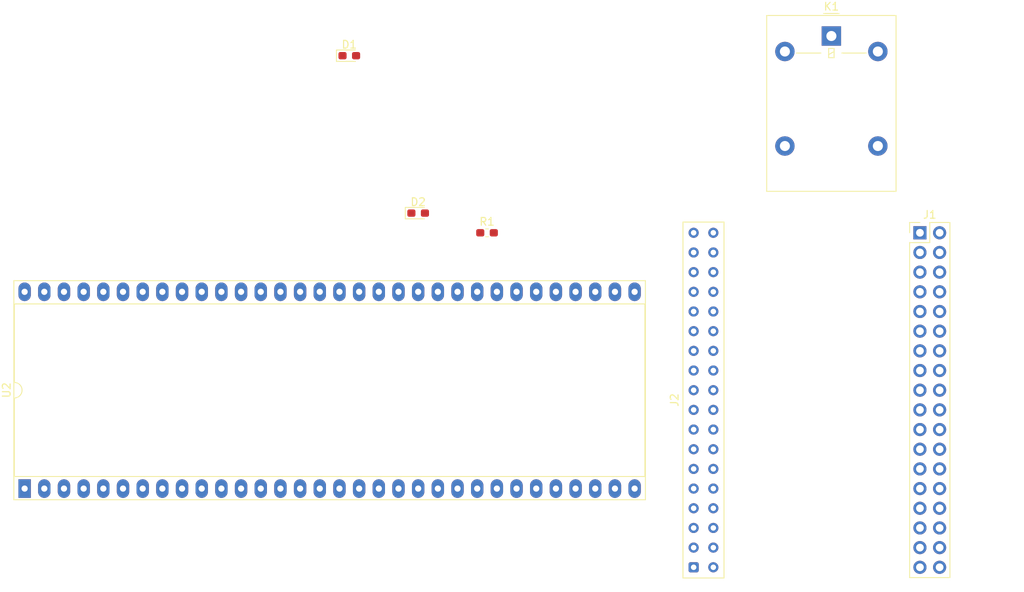
<source format=kicad_pcb>
(kicad_pcb (version 20171130) (host pcbnew "(5.0.2)-1")

  (general
    (thickness 1.6)
    (drawings 0)
    (tracks 0)
    (zones 0)
    (modules 7)
    (nets 70)
  )

  (page A4)
  (layers
    (0 F.Cu signal)
    (31 B.Cu signal)
    (32 B.Adhes user)
    (33 F.Adhes user)
    (34 B.Paste user)
    (35 F.Paste user)
    (36 B.SilkS user)
    (37 F.SilkS user)
    (38 B.Mask user)
    (39 F.Mask user)
    (40 Dwgs.User user)
    (41 Cmts.User user)
    (42 Eco1.User user)
    (43 Eco2.User user)
    (44 Edge.Cuts user)
    (45 Margin user)
    (46 B.CrtYd user)
    (47 F.CrtYd user)
    (48 B.Fab user)
    (49 F.Fab user)
  )

  (setup
    (last_trace_width 0.25)
    (trace_clearance 0.2)
    (zone_clearance 0.508)
    (zone_45_only no)
    (trace_min 0.2)
    (segment_width 0.2)
    (edge_width 0.15)
    (via_size 0.8)
    (via_drill 0.4)
    (via_min_size 0.4)
    (via_min_drill 0.3)
    (uvia_size 0.3)
    (uvia_drill 0.1)
    (uvias_allowed no)
    (uvia_min_size 0.2)
    (uvia_min_drill 0.1)
    (pcb_text_width 0.3)
    (pcb_text_size 1.5 1.5)
    (mod_edge_width 0.15)
    (mod_text_size 1 1)
    (mod_text_width 0.15)
    (pad_size 1.524 1.524)
    (pad_drill 0.762)
    (pad_to_mask_clearance 0.051)
    (solder_mask_min_width 0.25)
    (aux_axis_origin 0 0)
    (visible_elements 7FFFFFFF)
    (pcbplotparams
      (layerselection 0x010fc_ffffffff)
      (usegerberextensions false)
      (usegerberattributes false)
      (usegerberadvancedattributes false)
      (creategerberjobfile false)
      (excludeedgelayer true)
      (linewidth 0.100000)
      (plotframeref false)
      (viasonmask false)
      (mode 1)
      (useauxorigin false)
      (hpglpennumber 1)
      (hpglpenspeed 20)
      (hpglpendiameter 15.000000)
      (psnegative false)
      (psa4output false)
      (plotreference true)
      (plotvalue true)
      (plotinvisibletext false)
      (padsonsilk false)
      (subtractmaskfromsilk false)
      (outputformat 1)
      (mirror false)
      (drillshape 1)
      (scaleselection 1)
      (outputdirectory ""))
  )

  (net 0 "")
  (net 1 "Net-(D1-Pad1)")
  (net 2 "Net-(D1-Pad2)")
  (net 3 "Net-(D2-Pad1)")
  (net 4 "Net-(D2-Pad2)")
  (net 5 /A1)
  (net 6 /A0)
  (net 7 /A5)
  (net 8 /A6)
  (net 9 /A7)
  (net 10 /A8)
  (net 11 /A9)
  (net 12 /A10)
  (net 13 /A11)
  (net 14 "Net-(J1-Pad12)")
  (net 15 /D0)
  (net 16 /D2)
  (net 17 /D4)
  (net 18 /D6)
  (net 19 "Net-(J1-Pad17)")
  (net 20 "Net-(J1-Pad18)")
  (net 21 "Net-(J1-Pad19)")
  (net 22 "Net-(J1-Pad20)")
  (net 23 "Net-(J1-Pad21)")
  (net 24 "Net-(J1-Pad22)")
  (net 25 /D7)
  (net 26 /D5)
  (net 27 /D3)
  (net 28 /D1)
  (net 29 "Net-(J1-Pad27)")
  (net 30 "Net-(J1-Pad28)")
  (net 31 "Net-(J1-Pad29)")
  (net 32 "Net-(J1-Pad30)")
  (net 33 "Net-(J1-Pad31)")
  (net 34 "Net-(J1-Pad32)")
  (net 35 "Net-(J1-Pad33)")
  (net 36 "Net-(J1-Pad34)")
  (net 37 "Net-(J1-Pad35)")
  (net 38 "Net-(J1-Pad36)")
  (net 39 "Net-(J2-Pad1)")
  (net 40 "Net-(J2-Pad3)")
  (net 41 "Net-(J2-Pad15)")
  (net 42 "Net-(J2-Pad17)")
  (net 43 "Net-(J2-Pad19)")
  (net 44 "Net-(J2-Pad21)")
  (net 45 "Net-(J2-Pad27)")
  (net 46 "Net-(J2-Pad29)")
  (net 47 "Net-(J2-Pad31)")
  (net 48 "Net-(J2-Pad33)")
  (net 49 "Net-(J2-Pad35)")
  (net 50 "Net-(J2-Pad2)")
  (net 51 "Net-(J2-Pad16)")
  (net 52 "Net-(J2-Pad18)")
  (net 53 "Net-(J2-Pad20)")
  (net 54 "Net-(J2-Pad28)")
  (net 55 "Net-(J2-Pad30)")
  (net 56 "Net-(J2-Pad32)")
  (net 57 "Net-(J2-Pad34)")
  (net 58 "Net-(J2-Pad36)")
  (net 59 "Net-(K1-Pad1)")
  (net 60 "Net-(K1-Pad2)")
  (net 61 "Net-(K1-Pad3)")
  (net 62 "Net-(K1-Pad4)")
  (net 63 "Net-(K1-Pad5)")
  (net 64 "Net-(R1-Pad1)")
  (net 65 "Net-(R1-Pad2)")
  (net 66 "Net-(U2-Pad1)")
  (net 67 "Net-(U2-Pad3)")
  (net 68 "Net-(U2-Pad2)")
  (net 69 "Net-(U2-Pad4)")

  (net_class Default "This is the default net class."
    (clearance 0.2)
    (trace_width 0.25)
    (via_dia 0.8)
    (via_drill 0.4)
    (uvia_dia 0.3)
    (uvia_drill 0.1)
    (add_net /A0)
    (add_net /A1)
    (add_net /A10)
    (add_net /A11)
    (add_net /A5)
    (add_net /A6)
    (add_net /A7)
    (add_net /A8)
    (add_net /A9)
    (add_net /D0)
    (add_net /D1)
    (add_net /D2)
    (add_net /D3)
    (add_net /D4)
    (add_net /D5)
    (add_net /D6)
    (add_net /D7)
    (add_net "Net-(D1-Pad1)")
    (add_net "Net-(D1-Pad2)")
    (add_net "Net-(D2-Pad1)")
    (add_net "Net-(D2-Pad2)")
    (add_net "Net-(J1-Pad12)")
    (add_net "Net-(J1-Pad17)")
    (add_net "Net-(J1-Pad18)")
    (add_net "Net-(J1-Pad19)")
    (add_net "Net-(J1-Pad20)")
    (add_net "Net-(J1-Pad21)")
    (add_net "Net-(J1-Pad22)")
    (add_net "Net-(J1-Pad27)")
    (add_net "Net-(J1-Pad28)")
    (add_net "Net-(J1-Pad29)")
    (add_net "Net-(J1-Pad30)")
    (add_net "Net-(J1-Pad31)")
    (add_net "Net-(J1-Pad32)")
    (add_net "Net-(J1-Pad33)")
    (add_net "Net-(J1-Pad34)")
    (add_net "Net-(J1-Pad35)")
    (add_net "Net-(J1-Pad36)")
    (add_net "Net-(J2-Pad1)")
    (add_net "Net-(J2-Pad15)")
    (add_net "Net-(J2-Pad16)")
    (add_net "Net-(J2-Pad17)")
    (add_net "Net-(J2-Pad18)")
    (add_net "Net-(J2-Pad19)")
    (add_net "Net-(J2-Pad2)")
    (add_net "Net-(J2-Pad20)")
    (add_net "Net-(J2-Pad21)")
    (add_net "Net-(J2-Pad27)")
    (add_net "Net-(J2-Pad28)")
    (add_net "Net-(J2-Pad29)")
    (add_net "Net-(J2-Pad3)")
    (add_net "Net-(J2-Pad30)")
    (add_net "Net-(J2-Pad31)")
    (add_net "Net-(J2-Pad32)")
    (add_net "Net-(J2-Pad33)")
    (add_net "Net-(J2-Pad34)")
    (add_net "Net-(J2-Pad35)")
    (add_net "Net-(J2-Pad36)")
    (add_net "Net-(K1-Pad1)")
    (add_net "Net-(K1-Pad2)")
    (add_net "Net-(K1-Pad3)")
    (add_net "Net-(K1-Pad4)")
    (add_net "Net-(K1-Pad5)")
    (add_net "Net-(R1-Pad1)")
    (add_net "Net-(R1-Pad2)")
    (add_net "Net-(U2-Pad1)")
    (add_net "Net-(U2-Pad2)")
    (add_net "Net-(U2-Pad3)")
    (add_net "Net-(U2-Pad4)")
  )

  (module Package_DIP:DIP-64_W25.4mm_Socket_LongPads (layer F.Cu) (tedit 5A02E8C5) (tstamp 5C67FAD5)
    (at 130.81 115.57 90)
    (descr "64-lead though-hole mounted DIP package, row spacing 25.4 mm (1000 mils), Socket, LongPads")
    (tags "THT DIP DIL PDIP 2.54mm 25.4mm 1000mil Socket LongPads")
    (path /5C604DA0)
    (fp_text reference U2 (at 12.7 -2.33 90) (layer F.SilkS)
      (effects (font (size 1 1) (thickness 0.15)))
    )
    (fp_text value SFH617A-2 (at 12.7 81.07 90) (layer F.Fab)
      (effects (font (size 1 1) (thickness 0.15)))
    )
    (fp_arc (start 12.7 -1.33) (end 11.7 -1.33) (angle -180) (layer F.SilkS) (width 0.12))
    (fp_line (start 1.255 -1.27) (end 25.145 -1.27) (layer F.Fab) (width 0.1))
    (fp_line (start 25.145 -1.27) (end 25.145 80.01) (layer F.Fab) (width 0.1))
    (fp_line (start 25.145 80.01) (end 0.255 80.01) (layer F.Fab) (width 0.1))
    (fp_line (start 0.255 80.01) (end 0.255 -0.27) (layer F.Fab) (width 0.1))
    (fp_line (start 0.255 -0.27) (end 1.255 -1.27) (layer F.Fab) (width 0.1))
    (fp_line (start -1.27 -1.33) (end -1.27 80.07) (layer F.Fab) (width 0.1))
    (fp_line (start -1.27 80.07) (end 26.67 80.07) (layer F.Fab) (width 0.1))
    (fp_line (start 26.67 80.07) (end 26.67 -1.33) (layer F.Fab) (width 0.1))
    (fp_line (start 26.67 -1.33) (end -1.27 -1.33) (layer F.Fab) (width 0.1))
    (fp_line (start 11.7 -1.33) (end 1.56 -1.33) (layer F.SilkS) (width 0.12))
    (fp_line (start 1.56 -1.33) (end 1.56 80.07) (layer F.SilkS) (width 0.12))
    (fp_line (start 1.56 80.07) (end 23.84 80.07) (layer F.SilkS) (width 0.12))
    (fp_line (start 23.84 80.07) (end 23.84 -1.33) (layer F.SilkS) (width 0.12))
    (fp_line (start 23.84 -1.33) (end 13.7 -1.33) (layer F.SilkS) (width 0.12))
    (fp_line (start -1.44 -1.39) (end -1.44 80.13) (layer F.SilkS) (width 0.12))
    (fp_line (start -1.44 80.13) (end 26.84 80.13) (layer F.SilkS) (width 0.12))
    (fp_line (start 26.84 80.13) (end 26.84 -1.39) (layer F.SilkS) (width 0.12))
    (fp_line (start 26.84 -1.39) (end -1.44 -1.39) (layer F.SilkS) (width 0.12))
    (fp_line (start -1.55 -1.6) (end -1.55 80.35) (layer F.CrtYd) (width 0.05))
    (fp_line (start -1.55 80.35) (end 26.95 80.35) (layer F.CrtYd) (width 0.05))
    (fp_line (start 26.95 80.35) (end 26.95 -1.6) (layer F.CrtYd) (width 0.05))
    (fp_line (start 26.95 -1.6) (end -1.55 -1.6) (layer F.CrtYd) (width 0.05))
    (fp_text user %R (at 12.7 39.37 90) (layer F.Fab)
      (effects (font (size 1 1) (thickness 0.15)))
    )
    (pad 1 thru_hole rect (at 0 0 90) (size 2.4 1.6) (drill 0.8) (layers *.Cu *.Mask)
      (net 66 "Net-(U2-Pad1)"))
    (pad 33 thru_hole oval (at 25.4 78.74 90) (size 2.4 1.6) (drill 0.8) (layers *.Cu *.Mask))
    (pad 2 thru_hole oval (at 0 2.54 90) (size 2.4 1.6) (drill 0.8) (layers *.Cu *.Mask)
      (net 68 "Net-(U2-Pad2)"))
    (pad 34 thru_hole oval (at 25.4 76.2 90) (size 2.4 1.6) (drill 0.8) (layers *.Cu *.Mask))
    (pad 3 thru_hole oval (at 0 5.08 90) (size 2.4 1.6) (drill 0.8) (layers *.Cu *.Mask)
      (net 67 "Net-(U2-Pad3)"))
    (pad 35 thru_hole oval (at 25.4 73.66 90) (size 2.4 1.6) (drill 0.8) (layers *.Cu *.Mask))
    (pad 4 thru_hole oval (at 0 7.62 90) (size 2.4 1.6) (drill 0.8) (layers *.Cu *.Mask)
      (net 69 "Net-(U2-Pad4)"))
    (pad 36 thru_hole oval (at 25.4 71.12 90) (size 2.4 1.6) (drill 0.8) (layers *.Cu *.Mask))
    (pad 5 thru_hole oval (at 0 10.16 90) (size 2.4 1.6) (drill 0.8) (layers *.Cu *.Mask))
    (pad 37 thru_hole oval (at 25.4 68.58 90) (size 2.4 1.6) (drill 0.8) (layers *.Cu *.Mask))
    (pad 6 thru_hole oval (at 0 12.7 90) (size 2.4 1.6) (drill 0.8) (layers *.Cu *.Mask))
    (pad 38 thru_hole oval (at 25.4 66.04 90) (size 2.4 1.6) (drill 0.8) (layers *.Cu *.Mask))
    (pad 7 thru_hole oval (at 0 15.24 90) (size 2.4 1.6) (drill 0.8) (layers *.Cu *.Mask))
    (pad 39 thru_hole oval (at 25.4 63.5 90) (size 2.4 1.6) (drill 0.8) (layers *.Cu *.Mask))
    (pad 8 thru_hole oval (at 0 17.78 90) (size 2.4 1.6) (drill 0.8) (layers *.Cu *.Mask))
    (pad 40 thru_hole oval (at 25.4 60.96 90) (size 2.4 1.6) (drill 0.8) (layers *.Cu *.Mask))
    (pad 9 thru_hole oval (at 0 20.32 90) (size 2.4 1.6) (drill 0.8) (layers *.Cu *.Mask))
    (pad 41 thru_hole oval (at 25.4 58.42 90) (size 2.4 1.6) (drill 0.8) (layers *.Cu *.Mask))
    (pad 10 thru_hole oval (at 0 22.86 90) (size 2.4 1.6) (drill 0.8) (layers *.Cu *.Mask))
    (pad 42 thru_hole oval (at 25.4 55.88 90) (size 2.4 1.6) (drill 0.8) (layers *.Cu *.Mask))
    (pad 11 thru_hole oval (at 0 25.4 90) (size 2.4 1.6) (drill 0.8) (layers *.Cu *.Mask))
    (pad 43 thru_hole oval (at 25.4 53.34 90) (size 2.4 1.6) (drill 0.8) (layers *.Cu *.Mask))
    (pad 12 thru_hole oval (at 0 27.94 90) (size 2.4 1.6) (drill 0.8) (layers *.Cu *.Mask))
    (pad 44 thru_hole oval (at 25.4 50.8 90) (size 2.4 1.6) (drill 0.8) (layers *.Cu *.Mask))
    (pad 13 thru_hole oval (at 0 30.48 90) (size 2.4 1.6) (drill 0.8) (layers *.Cu *.Mask))
    (pad 45 thru_hole oval (at 25.4 48.26 90) (size 2.4 1.6) (drill 0.8) (layers *.Cu *.Mask))
    (pad 14 thru_hole oval (at 0 33.02 90) (size 2.4 1.6) (drill 0.8) (layers *.Cu *.Mask))
    (pad 46 thru_hole oval (at 25.4 45.72 90) (size 2.4 1.6) (drill 0.8) (layers *.Cu *.Mask))
    (pad 15 thru_hole oval (at 0 35.56 90) (size 2.4 1.6) (drill 0.8) (layers *.Cu *.Mask))
    (pad 47 thru_hole oval (at 25.4 43.18 90) (size 2.4 1.6) (drill 0.8) (layers *.Cu *.Mask))
    (pad 16 thru_hole oval (at 0 38.1 90) (size 2.4 1.6) (drill 0.8) (layers *.Cu *.Mask))
    (pad 48 thru_hole oval (at 25.4 40.64 90) (size 2.4 1.6) (drill 0.8) (layers *.Cu *.Mask))
    (pad 17 thru_hole oval (at 0 40.64 90) (size 2.4 1.6) (drill 0.8) (layers *.Cu *.Mask))
    (pad 49 thru_hole oval (at 25.4 38.1 90) (size 2.4 1.6) (drill 0.8) (layers *.Cu *.Mask))
    (pad 18 thru_hole oval (at 0 43.18 90) (size 2.4 1.6) (drill 0.8) (layers *.Cu *.Mask))
    (pad 50 thru_hole oval (at 25.4 35.56 90) (size 2.4 1.6) (drill 0.8) (layers *.Cu *.Mask))
    (pad 19 thru_hole oval (at 0 45.72 90) (size 2.4 1.6) (drill 0.8) (layers *.Cu *.Mask))
    (pad 51 thru_hole oval (at 25.4 33.02 90) (size 2.4 1.6) (drill 0.8) (layers *.Cu *.Mask))
    (pad 20 thru_hole oval (at 0 48.26 90) (size 2.4 1.6) (drill 0.8) (layers *.Cu *.Mask))
    (pad 52 thru_hole oval (at 25.4 30.48 90) (size 2.4 1.6) (drill 0.8) (layers *.Cu *.Mask))
    (pad 21 thru_hole oval (at 0 50.8 90) (size 2.4 1.6) (drill 0.8) (layers *.Cu *.Mask))
    (pad 53 thru_hole oval (at 25.4 27.94 90) (size 2.4 1.6) (drill 0.8) (layers *.Cu *.Mask))
    (pad 22 thru_hole oval (at 0 53.34 90) (size 2.4 1.6) (drill 0.8) (layers *.Cu *.Mask))
    (pad 54 thru_hole oval (at 25.4 25.4 90) (size 2.4 1.6) (drill 0.8) (layers *.Cu *.Mask))
    (pad 23 thru_hole oval (at 0 55.88 90) (size 2.4 1.6) (drill 0.8) (layers *.Cu *.Mask))
    (pad 55 thru_hole oval (at 25.4 22.86 90) (size 2.4 1.6) (drill 0.8) (layers *.Cu *.Mask))
    (pad 24 thru_hole oval (at 0 58.42 90) (size 2.4 1.6) (drill 0.8) (layers *.Cu *.Mask))
    (pad 56 thru_hole oval (at 25.4 20.32 90) (size 2.4 1.6) (drill 0.8) (layers *.Cu *.Mask))
    (pad 25 thru_hole oval (at 0 60.96 90) (size 2.4 1.6) (drill 0.8) (layers *.Cu *.Mask))
    (pad 57 thru_hole oval (at 25.4 17.78 90) (size 2.4 1.6) (drill 0.8) (layers *.Cu *.Mask))
    (pad 26 thru_hole oval (at 0 63.5 90) (size 2.4 1.6) (drill 0.8) (layers *.Cu *.Mask))
    (pad 58 thru_hole oval (at 25.4 15.24 90) (size 2.4 1.6) (drill 0.8) (layers *.Cu *.Mask))
    (pad 27 thru_hole oval (at 0 66.04 90) (size 2.4 1.6) (drill 0.8) (layers *.Cu *.Mask))
    (pad 59 thru_hole oval (at 25.4 12.7 90) (size 2.4 1.6) (drill 0.8) (layers *.Cu *.Mask))
    (pad 28 thru_hole oval (at 0 68.58 90) (size 2.4 1.6) (drill 0.8) (layers *.Cu *.Mask))
    (pad 60 thru_hole oval (at 25.4 10.16 90) (size 2.4 1.6) (drill 0.8) (layers *.Cu *.Mask))
    (pad 29 thru_hole oval (at 0 71.12 90) (size 2.4 1.6) (drill 0.8) (layers *.Cu *.Mask))
    (pad 61 thru_hole oval (at 25.4 7.62 90) (size 2.4 1.6) (drill 0.8) (layers *.Cu *.Mask))
    (pad 30 thru_hole oval (at 0 73.66 90) (size 2.4 1.6) (drill 0.8) (layers *.Cu *.Mask))
    (pad 62 thru_hole oval (at 25.4 5.08 90) (size 2.4 1.6) (drill 0.8) (layers *.Cu *.Mask))
    (pad 31 thru_hole oval (at 0 76.2 90) (size 2.4 1.6) (drill 0.8) (layers *.Cu *.Mask))
    (pad 63 thru_hole oval (at 25.4 2.54 90) (size 2.4 1.6) (drill 0.8) (layers *.Cu *.Mask))
    (pad 32 thru_hole oval (at 0 78.74 90) (size 2.4 1.6) (drill 0.8) (layers *.Cu *.Mask))
    (pad 64 thru_hole oval (at 25.4 0 90) (size 2.4 1.6) (drill 0.8) (layers *.Cu *.Mask))
    (model ${KISYS3DMOD}/Package_DIP.3dshapes/DIP-64_W25.4mm_Socket.wrl
      (at (xyz 0 0 0))
      (scale (xyz 1 1 1))
      (rotate (xyz 0 0 0))
    )
  )

  (module Diode_SMD:D_0603_1608Metric_Pad1.05x0.95mm_HandSolder (layer F.Cu) (tedit 5B4B45C8) (tstamp 5C67EC21)
    (at 172.72 59.69)
    (descr "Diode SMD 0603 (1608 Metric), square (rectangular) end terminal, IPC_7351 nominal, (Body size source: http://www.tortai-tech.com/upload/download/2011102023233369053.pdf), generated with kicad-footprint-generator")
    (tags "diode handsolder")
    (path /5C60493A)
    (attr smd)
    (fp_text reference D1 (at 0 -1.43) (layer F.SilkS)
      (effects (font (size 1 1) (thickness 0.15)))
    )
    (fp_text value D (at 0 1.43) (layer F.Fab)
      (effects (font (size 1 1) (thickness 0.15)))
    )
    (fp_line (start 0.8 -0.4) (end -0.5 -0.4) (layer F.Fab) (width 0.1))
    (fp_line (start -0.5 -0.4) (end -0.8 -0.1) (layer F.Fab) (width 0.1))
    (fp_line (start -0.8 -0.1) (end -0.8 0.4) (layer F.Fab) (width 0.1))
    (fp_line (start -0.8 0.4) (end 0.8 0.4) (layer F.Fab) (width 0.1))
    (fp_line (start 0.8 0.4) (end 0.8 -0.4) (layer F.Fab) (width 0.1))
    (fp_line (start 0.8 -0.735) (end -1.66 -0.735) (layer F.SilkS) (width 0.12))
    (fp_line (start -1.66 -0.735) (end -1.66 0.735) (layer F.SilkS) (width 0.12))
    (fp_line (start -1.66 0.735) (end 0.8 0.735) (layer F.SilkS) (width 0.12))
    (fp_line (start -1.65 0.73) (end -1.65 -0.73) (layer F.CrtYd) (width 0.05))
    (fp_line (start -1.65 -0.73) (end 1.65 -0.73) (layer F.CrtYd) (width 0.05))
    (fp_line (start 1.65 -0.73) (end 1.65 0.73) (layer F.CrtYd) (width 0.05))
    (fp_line (start 1.65 0.73) (end -1.65 0.73) (layer F.CrtYd) (width 0.05))
    (fp_text user %R (at 0 0) (layer F.Fab)
      (effects (font (size 0.4 0.4) (thickness 0.06)))
    )
    (pad 1 smd roundrect (at -0.875 0) (size 1.05 0.95) (layers F.Cu F.Paste F.Mask) (roundrect_rratio 0.25)
      (net 1 "Net-(D1-Pad1)"))
    (pad 2 smd roundrect (at 0.875 0) (size 1.05 0.95) (layers F.Cu F.Paste F.Mask) (roundrect_rratio 0.25)
      (net 2 "Net-(D1-Pad2)"))
    (model ${KISYS3DMOD}/Diode_SMD.3dshapes/D_0603_1608Metric.wrl
      (at (xyz 0 0 0))
      (scale (xyz 1 1 1))
      (rotate (xyz 0 0 0))
    )
  )

  (module LED_SMD:LED_0603_1608Metric_Pad1.05x0.95mm_HandSolder (layer F.Cu) (tedit 5B4B45C9) (tstamp 5C67EC34)
    (at 181.61 80.01)
    (descr "LED SMD 0603 (1608 Metric), square (rectangular) end terminal, IPC_7351 nominal, (Body size source: http://www.tortai-tech.com/upload/download/2011102023233369053.pdf), generated with kicad-footprint-generator")
    (tags "LED handsolder")
    (path /5C6038F0)
    (attr smd)
    (fp_text reference D2 (at 0 -1.43) (layer F.SilkS)
      (effects (font (size 1 1) (thickness 0.15)))
    )
    (fp_text value LED (at 0 1.43) (layer F.Fab)
      (effects (font (size 1 1) (thickness 0.15)))
    )
    (fp_line (start 0.8 -0.4) (end -0.5 -0.4) (layer F.Fab) (width 0.1))
    (fp_line (start -0.5 -0.4) (end -0.8 -0.1) (layer F.Fab) (width 0.1))
    (fp_line (start -0.8 -0.1) (end -0.8 0.4) (layer F.Fab) (width 0.1))
    (fp_line (start -0.8 0.4) (end 0.8 0.4) (layer F.Fab) (width 0.1))
    (fp_line (start 0.8 0.4) (end 0.8 -0.4) (layer F.Fab) (width 0.1))
    (fp_line (start 0.8 -0.735) (end -1.66 -0.735) (layer F.SilkS) (width 0.12))
    (fp_line (start -1.66 -0.735) (end -1.66 0.735) (layer F.SilkS) (width 0.12))
    (fp_line (start -1.66 0.735) (end 0.8 0.735) (layer F.SilkS) (width 0.12))
    (fp_line (start -1.65 0.73) (end -1.65 -0.73) (layer F.CrtYd) (width 0.05))
    (fp_line (start -1.65 -0.73) (end 1.65 -0.73) (layer F.CrtYd) (width 0.05))
    (fp_line (start 1.65 -0.73) (end 1.65 0.73) (layer F.CrtYd) (width 0.05))
    (fp_line (start 1.65 0.73) (end -1.65 0.73) (layer F.CrtYd) (width 0.05))
    (fp_text user %R (at 0 0) (layer F.Fab)
      (effects (font (size 0.4 0.4) (thickness 0.06)))
    )
    (pad 1 smd roundrect (at -0.875 0) (size 1.05 0.95) (layers F.Cu F.Paste F.Mask) (roundrect_rratio 0.25)
      (net 3 "Net-(D2-Pad1)"))
    (pad 2 smd roundrect (at 0.875 0) (size 1.05 0.95) (layers F.Cu F.Paste F.Mask) (roundrect_rratio 0.25)
      (net 4 "Net-(D2-Pad2)"))
    (model ${KISYS3DMOD}/LED_SMD.3dshapes/LED_0603_1608Metric.wrl
      (at (xyz 0 0 0))
      (scale (xyz 1 1 1))
      (rotate (xyz 0 0 0))
    )
  )

  (module Connector_PinHeader_2.54mm:PinHeader_2x18_P2.54mm_Vertical (layer F.Cu) (tedit 59FED5CC) (tstamp 5C67EC6E)
    (at 246.38 82.55)
    (descr "Through hole straight pin header, 2x18, 2.54mm pitch, double rows")
    (tags "Through hole pin header THT 2x18 2.54mm double row")
    (path /5C5A70E2)
    (fp_text reference J1 (at 1.27 -2.33) (layer F.SilkS)
      (effects (font (size 1 1) (thickness 0.15)))
    )
    (fp_text value CONN_ATARI_CART_PROGRAMMER (at 1.27 45.51) (layer F.Fab)
      (effects (font (size 1 1) (thickness 0.15)))
    )
    (fp_line (start 0 -1.27) (end 3.81 -1.27) (layer F.Fab) (width 0.1))
    (fp_line (start 3.81 -1.27) (end 3.81 44.45) (layer F.Fab) (width 0.1))
    (fp_line (start 3.81 44.45) (end -1.27 44.45) (layer F.Fab) (width 0.1))
    (fp_line (start -1.27 44.45) (end -1.27 0) (layer F.Fab) (width 0.1))
    (fp_line (start -1.27 0) (end 0 -1.27) (layer F.Fab) (width 0.1))
    (fp_line (start -1.33 44.51) (end 3.87 44.51) (layer F.SilkS) (width 0.12))
    (fp_line (start -1.33 1.27) (end -1.33 44.51) (layer F.SilkS) (width 0.12))
    (fp_line (start 3.87 -1.33) (end 3.87 44.51) (layer F.SilkS) (width 0.12))
    (fp_line (start -1.33 1.27) (end 1.27 1.27) (layer F.SilkS) (width 0.12))
    (fp_line (start 1.27 1.27) (end 1.27 -1.33) (layer F.SilkS) (width 0.12))
    (fp_line (start 1.27 -1.33) (end 3.87 -1.33) (layer F.SilkS) (width 0.12))
    (fp_line (start -1.33 0) (end -1.33 -1.33) (layer F.SilkS) (width 0.12))
    (fp_line (start -1.33 -1.33) (end 0 -1.33) (layer F.SilkS) (width 0.12))
    (fp_line (start -1.8 -1.8) (end -1.8 44.95) (layer F.CrtYd) (width 0.05))
    (fp_line (start -1.8 44.95) (end 4.35 44.95) (layer F.CrtYd) (width 0.05))
    (fp_line (start 4.35 44.95) (end 4.35 -1.8) (layer F.CrtYd) (width 0.05))
    (fp_line (start 4.35 -1.8) (end -1.8 -1.8) (layer F.CrtYd) (width 0.05))
    (fp_text user %R (at 1.27 21.59 90) (layer F.Fab)
      (effects (font (size 1 1) (thickness 0.15)))
    )
    (pad 1 thru_hole rect (at 0 0) (size 1.7 1.7) (drill 1) (layers *.Cu *.Mask)
      (net 5 /A1))
    (pad 2 thru_hole oval (at 2.54 0) (size 1.7 1.7) (drill 1) (layers *.Cu *.Mask)
      (net 6 /A0))
    (pad 3 thru_hole oval (at 0 2.54) (size 1.7 1.7) (drill 1) (layers *.Cu *.Mask)
      (net 5 /A1))
    (pad 4 thru_hole oval (at 2.54 2.54) (size 1.7 1.7) (drill 1) (layers *.Cu *.Mask)
      (net 6 /A0))
    (pad 5 thru_hole oval (at 0 5.08) (size 1.7 1.7) (drill 1) (layers *.Cu *.Mask)
      (net 7 /A5))
    (pad 6 thru_hole oval (at 2.54 5.08) (size 1.7 1.7) (drill 1) (layers *.Cu *.Mask)
      (net 8 /A6))
    (pad 7 thru_hole oval (at 0 7.62) (size 1.7 1.7) (drill 1) (layers *.Cu *.Mask)
      (net 9 /A7))
    (pad 8 thru_hole oval (at 2.54 7.62) (size 1.7 1.7) (drill 1) (layers *.Cu *.Mask)
      (net 10 /A8))
    (pad 9 thru_hole oval (at 0 10.16) (size 1.7 1.7) (drill 1) (layers *.Cu *.Mask)
      (net 11 /A9))
    (pad 10 thru_hole oval (at 2.54 10.16) (size 1.7 1.7) (drill 1) (layers *.Cu *.Mask)
      (net 12 /A10))
    (pad 11 thru_hole oval (at 0 12.7) (size 1.7 1.7) (drill 1) (layers *.Cu *.Mask)
      (net 13 /A11))
    (pad 12 thru_hole oval (at 2.54 12.7) (size 1.7 1.7) (drill 1) (layers *.Cu *.Mask)
      (net 14 "Net-(J1-Pad12)"))
    (pad 13 thru_hole oval (at 0 15.24) (size 1.7 1.7) (drill 1) (layers *.Cu *.Mask)
      (net 15 /D0))
    (pad 14 thru_hole oval (at 2.54 15.24) (size 1.7 1.7) (drill 1) (layers *.Cu *.Mask)
      (net 16 /D2))
    (pad 15 thru_hole oval (at 0 17.78) (size 1.7 1.7) (drill 1) (layers *.Cu *.Mask)
      (net 17 /D4))
    (pad 16 thru_hole oval (at 2.54 17.78) (size 1.7 1.7) (drill 1) (layers *.Cu *.Mask)
      (net 18 /D6))
    (pad 17 thru_hole oval (at 0 20.32) (size 1.7 1.7) (drill 1) (layers *.Cu *.Mask)
      (net 19 "Net-(J1-Pad17)"))
    (pad 18 thru_hole oval (at 2.54 20.32) (size 1.7 1.7) (drill 1) (layers *.Cu *.Mask)
      (net 20 "Net-(J1-Pad18)"))
    (pad 19 thru_hole oval (at 0 22.86) (size 1.7 1.7) (drill 1) (layers *.Cu *.Mask)
      (net 21 "Net-(J1-Pad19)"))
    (pad 20 thru_hole oval (at 2.54 22.86) (size 1.7 1.7) (drill 1) (layers *.Cu *.Mask)
      (net 22 "Net-(J1-Pad20)"))
    (pad 21 thru_hole oval (at 0 25.4) (size 1.7 1.7) (drill 1) (layers *.Cu *.Mask)
      (net 23 "Net-(J1-Pad21)"))
    (pad 22 thru_hole oval (at 2.54 25.4) (size 1.7 1.7) (drill 1) (layers *.Cu *.Mask)
      (net 24 "Net-(J1-Pad22)"))
    (pad 23 thru_hole oval (at 0 27.94) (size 1.7 1.7) (drill 1) (layers *.Cu *.Mask)
      (net 25 /D7))
    (pad 24 thru_hole oval (at 2.54 27.94) (size 1.7 1.7) (drill 1) (layers *.Cu *.Mask)
      (net 26 /D5))
    (pad 25 thru_hole oval (at 0 30.48) (size 1.7 1.7) (drill 1) (layers *.Cu *.Mask)
      (net 27 /D3))
    (pad 26 thru_hole oval (at 2.54 30.48) (size 1.7 1.7) (drill 1) (layers *.Cu *.Mask)
      (net 28 /D1))
    (pad 27 thru_hole oval (at 0 33.02) (size 1.7 1.7) (drill 1) (layers *.Cu *.Mask)
      (net 29 "Net-(J1-Pad27)"))
    (pad 28 thru_hole oval (at 2.54 33.02) (size 1.7 1.7) (drill 1) (layers *.Cu *.Mask)
      (net 30 "Net-(J1-Pad28)"))
    (pad 29 thru_hole oval (at 0 35.56) (size 1.7 1.7) (drill 1) (layers *.Cu *.Mask)
      (net 31 "Net-(J1-Pad29)"))
    (pad 30 thru_hole oval (at 2.54 35.56) (size 1.7 1.7) (drill 1) (layers *.Cu *.Mask)
      (net 32 "Net-(J1-Pad30)"))
    (pad 31 thru_hole oval (at 0 38.1) (size 1.7 1.7) (drill 1) (layers *.Cu *.Mask)
      (net 33 "Net-(J1-Pad31)"))
    (pad 32 thru_hole oval (at 2.54 38.1) (size 1.7 1.7) (drill 1) (layers *.Cu *.Mask)
      (net 34 "Net-(J1-Pad32)"))
    (pad 33 thru_hole oval (at 0 40.64) (size 1.7 1.7) (drill 1) (layers *.Cu *.Mask)
      (net 35 "Net-(J1-Pad33)"))
    (pad 34 thru_hole oval (at 2.54 40.64) (size 1.7 1.7) (drill 1) (layers *.Cu *.Mask)
      (net 36 "Net-(J1-Pad34)"))
    (pad 35 thru_hole oval (at 0 43.18) (size 1.7 1.7) (drill 1) (layers *.Cu *.Mask)
      (net 37 "Net-(J1-Pad35)"))
    (pad 36 thru_hole oval (at 2.54 43.18) (size 1.7 1.7) (drill 1) (layers *.Cu *.Mask)
      (net 38 "Net-(J1-Pad36)"))
    (model ${KISYS3DMOD}/Connector_PinHeader_2.54mm.3dshapes/PinHeader_2x18_P2.54mm_Vertical.wrl
      (at (xyz 0 0 0))
      (scale (xyz 1 1 1))
      (rotate (xyz 0 0 0))
    )
  )

  (module Connector_Samtec_HLE_THT:Samtec_HLE-118-02-xx-DV-TE_2x18_P2.54mm_Horizontal (layer F.Cu) (tedit 5B786F78) (tstamp 5C67F2EC)
    (at 217.17 125.73 90)
    (descr "Samtec HLE .100\" Tiger Beam Cost-effective Single Beam Socket Strip, HLE-118-02-xx-DV-TE, 18 Pins per row (http://suddendocs.samtec.com/prints/hle-1xx-02-xx-dv-xe-xx-mkt.pdf, http://suddendocs.samtec.com/prints/hle-thru.pdf), generated with kicad-footprint-generator")
    (tags "connector Samtec HLE top entry")
    (path /5C55C3EB)
    (fp_text reference J2 (at 21.59 -2.47 90) (layer F.SilkS)
      (effects (font (size 1 1) (thickness 0.15)))
    )
    (fp_text value CONN_ATARI_7800_CART_EDGE (at 21.59 5.01 90) (layer F.Fab)
      (effects (font (size 1 1) (thickness 0.15)))
    )
    (fp_line (start -1.27 -1.27) (end 44.45 -1.27) (layer F.Fab) (width 0.1))
    (fp_line (start 44.45 -1.27) (end 44.45 3.81) (layer F.Fab) (width 0.1))
    (fp_line (start 44.45 3.81) (end -1.27 3.81) (layer F.Fab) (width 0.1))
    (fp_line (start -1.27 3.81) (end -1.27 -1.27) (layer F.Fab) (width 0.1))
    (fp_line (start -0.5 -1.27) (end 0 -0.562893) (layer F.Fab) (width 0.1))
    (fp_line (start 0 -0.562893) (end 0.5 -1.27) (layer F.Fab) (width 0.1))
    (fp_line (start -1.38 -1.38) (end 44.56 -1.38) (layer F.SilkS) (width 0.12))
    (fp_line (start 44.56 -1.38) (end 44.56 3.92) (layer F.SilkS) (width 0.12))
    (fp_line (start 44.56 3.92) (end -1.38 3.92) (layer F.SilkS) (width 0.12))
    (fp_line (start -1.38 3.92) (end -1.38 -1.38) (layer F.SilkS) (width 0.12))
    (fp_line (start -1.77 -1.77) (end 44.95 -1.77) (layer F.CrtYd) (width 0.05))
    (fp_line (start 44.95 -1.77) (end 44.95 4.31) (layer F.CrtYd) (width 0.05))
    (fp_line (start 44.95 4.31) (end -1.77 4.31) (layer F.CrtYd) (width 0.05))
    (fp_line (start -1.77 4.31) (end -1.77 -1.77) (layer F.CrtYd) (width 0.05))
    (fp_text user %R (at 21.59 3.11 90) (layer F.Fab)
      (effects (font (size 1 1) (thickness 0.15)))
    )
    (pad 1 thru_hole roundrect (at 0 0 90) (size 1.31 1.31) (drill 0.71) (layers *.Cu *.Mask) (roundrect_rratio 0.19084)
      (net 39 "Net-(J2-Pad1)"))
    (pad 3 thru_hole circle (at 2.54 0 90) (size 1.31 1.31) (drill 0.71) (layers *.Cu *.Mask)
      (net 40 "Net-(J2-Pad3)"))
    (pad 5 thru_hole circle (at 5.08 0 90) (size 1.31 1.31) (drill 0.71) (layers *.Cu *.Mask)
      (net 8 /A6))
    (pad 7 thru_hole circle (at 7.62 0 90) (size 1.31 1.31) (drill 0.71) (layers *.Cu *.Mask)
      (net 6 /A0))
    (pad 9 thru_hole circle (at 10.16 0 90) (size 1.31 1.31) (drill 0.71) (layers *.Cu *.Mask)
      (net 6 /A0))
    (pad 11 thru_hole circle (at 12.7 0 90) (size 1.31 1.31) (drill 0.71) (layers *.Cu *.Mask)
      (net 6 /A0))
    (pad 13 thru_hole circle (at 15.24 0 90) (size 1.31 1.31) (drill 0.71) (layers *.Cu *.Mask)
      (net 28 /D1))
    (pad 15 thru_hole circle (at 17.78 0 90) (size 1.31 1.31) (drill 0.71) (layers *.Cu *.Mask)
      (net 41 "Net-(J2-Pad15)"))
    (pad 17 thru_hole circle (at 20.32 0 90) (size 1.31 1.31) (drill 0.71) (layers *.Cu *.Mask)
      (net 42 "Net-(J2-Pad17)"))
    (pad 19 thru_hole circle (at 22.86 0 90) (size 1.31 1.31) (drill 0.71) (layers *.Cu *.Mask)
      (net 43 "Net-(J2-Pad19)"))
    (pad 21 thru_hole circle (at 25.4 0 90) (size 1.31 1.31) (drill 0.71) (layers *.Cu *.Mask)
      (net 44 "Net-(J2-Pad21)"))
    (pad 23 thru_hole circle (at 27.94 0 90) (size 1.31 1.31) (drill 0.71) (layers *.Cu *.Mask)
      (net 17 /D4))
    (pad 25 thru_hole circle (at 30.48 0 90) (size 1.31 1.31) (drill 0.71) (layers *.Cu *.Mask)
      (net 18 /D6))
    (pad 27 thru_hole circle (at 33.02 0 90) (size 1.31 1.31) (drill 0.71) (layers *.Cu *.Mask)
      (net 45 "Net-(J2-Pad27)"))
    (pad 29 thru_hole circle (at 35.56 0 90) (size 1.31 1.31) (drill 0.71) (layers *.Cu *.Mask)
      (net 46 "Net-(J2-Pad29)"))
    (pad 31 thru_hole circle (at 38.1 0 90) (size 1.31 1.31) (drill 0.71) (layers *.Cu *.Mask)
      (net 47 "Net-(J2-Pad31)"))
    (pad 33 thru_hole circle (at 40.64 0 90) (size 1.31 1.31) (drill 0.71) (layers *.Cu *.Mask)
      (net 48 "Net-(J2-Pad33)"))
    (pad 35 thru_hole circle (at 43.18 0 90) (size 1.31 1.31) (drill 0.71) (layers *.Cu *.Mask)
      (net 49 "Net-(J2-Pad35)"))
    (pad 2 thru_hole circle (at 0 2.54 90) (size 1.31 1.31) (drill 0.71) (layers *.Cu *.Mask)
      (net 50 "Net-(J2-Pad2)"))
    (pad 4 thru_hole circle (at 2.54 2.54 90) (size 1.31 1.31) (drill 0.71) (layers *.Cu *.Mask)
      (net 9 /A7))
    (pad 6 thru_hole circle (at 5.08 2.54 90) (size 1.31 1.31) (drill 0.71) (layers *.Cu *.Mask)
      (net 7 /A5))
    (pad 8 thru_hole circle (at 7.62 2.54 90) (size 1.31 1.31) (drill 0.71) (layers *.Cu *.Mask)
      (net 5 /A1))
    (pad 10 thru_hole circle (at 10.16 2.54 90) (size 1.31 1.31) (drill 0.71) (layers *.Cu *.Mask)
      (net 5 /A1))
    (pad 12 thru_hole circle (at 12.7 2.54 90) (size 1.31 1.31) (drill 0.71) (layers *.Cu *.Mask)
      (net 15 /D0))
    (pad 14 thru_hole circle (at 15.24 2.54 90) (size 1.31 1.31) (drill 0.71) (layers *.Cu *.Mask)
      (net 16 /D2))
    (pad 16 thru_hole circle (at 17.78 2.54 90) (size 1.31 1.31) (drill 0.71) (layers *.Cu *.Mask)
      (net 51 "Net-(J2-Pad16)"))
    (pad 18 thru_hole circle (at 20.32 2.54 90) (size 1.31 1.31) (drill 0.71) (layers *.Cu *.Mask)
      (net 52 "Net-(J2-Pad18)"))
    (pad 20 thru_hole circle (at 22.86 2.54 90) (size 1.31 1.31) (drill 0.71) (layers *.Cu *.Mask)
      (net 53 "Net-(J2-Pad20)"))
    (pad 22 thru_hole circle (at 25.4 2.54 90) (size 1.31 1.31) (drill 0.71) (layers *.Cu *.Mask)
      (net 27 /D3))
    (pad 24 thru_hole circle (at 27.94 2.54 90) (size 1.31 1.31) (drill 0.71) (layers *.Cu *.Mask)
      (net 26 /D5))
    (pad 26 thru_hole circle (at 30.48 2.54 90) (size 1.31 1.31) (drill 0.71) (layers *.Cu *.Mask)
      (net 25 /D7))
    (pad 28 thru_hole circle (at 33.02 2.54 90) (size 1.31 1.31) (drill 0.71) (layers *.Cu *.Mask)
      (net 54 "Net-(J2-Pad28)"))
    (pad 30 thru_hole circle (at 35.56 2.54 90) (size 1.31 1.31) (drill 0.71) (layers *.Cu *.Mask)
      (net 55 "Net-(J2-Pad30)"))
    (pad 32 thru_hole circle (at 38.1 2.54 90) (size 1.31 1.31) (drill 0.71) (layers *.Cu *.Mask)
      (net 56 "Net-(J2-Pad32)"))
    (pad 34 thru_hole circle (at 40.64 2.54 90) (size 1.31 1.31) (drill 0.71) (layers *.Cu *.Mask)
      (net 57 "Net-(J2-Pad34)"))
    (pad 36 thru_hole circle (at 43.18 2.54 90) (size 1.31 1.31) (drill 0.71) (layers *.Cu *.Mask)
      (net 58 "Net-(J2-Pad36)"))
    (model ${KISYS3DMOD}/Connector_Samtec_HLE_THT.3dshapes/Samtec_HLE-118-02-xx-DV-TE_2x18_P2.54mm_Horizontal.wrl
      (at (xyz 0 0 0))
      (scale (xyz 1 1 1))
      (rotate (xyz 0 0 0))
    )
  )

  (module Relay_THT:Relay_SPDT_Omron-G5LE-1 (layer F.Cu) (tedit 5AE38B37) (tstamp 5C67ECC7)
    (at 234.95 57.15)
    (descr "Omron Relay SPDT, http://www.omron.com/ecb/products/pdf/en-g5le.pdf")
    (tags "Omron Relay SPDT")
    (path /5C6048E3)
    (fp_text reference K1 (at 0 -3.8) (layer F.SilkS)
      (effects (font (size 1 1) (thickness 0.15)))
    )
    (fp_text value G5LE-1 (at 0 20.95) (layer F.Fab)
      (effects (font (size 1 1) (thickness 0.15)))
    )
    (fp_line (start 0 -1.55) (end 1 -2.55) (layer F.Fab) (width 0.1))
    (fp_line (start 1 -2.55) (end 8.25 -2.55) (layer F.Fab) (width 0.1))
    (fp_line (start 8.25 -2.55) (end 8.25 19.95) (layer F.Fab) (width 0.1))
    (fp_line (start 8.25 19.95) (end -8.25 19.95) (layer F.Fab) (width 0.1))
    (fp_line (start -8.25 19.95) (end -8.25 -2.55) (layer F.Fab) (width 0.1))
    (fp_line (start -8.25 -2.55) (end -1 -2.55) (layer F.Fab) (width 0.1))
    (fp_line (start -1 -2.55) (end 0 -1.55) (layer F.Fab) (width 0.1))
    (fp_line (start -4.5 2) (end 4.5 2) (layer F.Fab) (width 0.1))
    (fp_line (start 8.35 20.05) (end 8.35 -2.65) (layer F.SilkS) (width 0.12))
    (fp_line (start 8.35 -2.65) (end -8.35 -2.65) (layer F.SilkS) (width 0.12))
    (fp_line (start -8.35 -2.65) (end -8.35 20.05) (layer F.SilkS) (width 0.12))
    (fp_line (start -8.35 20.05) (end 8.35 20.05) (layer F.SilkS) (width 0.12))
    (fp_line (start -0.35 2.4) (end 0.35 2) (layer F.SilkS) (width 0.12))
    (fp_line (start 0.35 2.8) (end 0.35 1.6) (layer F.SilkS) (width 0.12))
    (fp_line (start 0.35 1.6) (end -0.35 1.6) (layer F.SilkS) (width 0.12))
    (fp_line (start -0.35 1.6) (end -0.35 2.8) (layer F.SilkS) (width 0.12))
    (fp_line (start -0.35 2.8) (end 0.35 2.8) (layer F.SilkS) (width 0.12))
    (fp_line (start -1 -2.91) (end 1 -2.91) (layer F.SilkS) (width 0.12))
    (fp_line (start -4.5 2.2) (end -1.35 2.2) (layer F.SilkS) (width 0.12))
    (fp_line (start 1.35 2.2) (end 4.5 2.2) (layer F.SilkS) (width 0.12))
    (fp_line (start 8.5 20.2) (end 8.5 -2.8) (layer F.CrtYd) (width 0.05))
    (fp_line (start 8.5 -2.8) (end -8.5 -2.8) (layer F.CrtYd) (width 0.05))
    (fp_line (start -8.5 -2.8) (end -8.5 20.2) (layer F.CrtYd) (width 0.05))
    (fp_line (start -8.5 20.2) (end 8.5 20.2) (layer F.CrtYd) (width 0.05))
    (fp_text user %R (at 0 8.7) (layer F.Fab)
      (effects (font (size 1 1) (thickness 0.15)))
    )
    (pad 1 thru_hole rect (at 0 0) (size 2.5 2.5) (drill 1.3) (layers *.Cu *.Mask)
      (net 59 "Net-(K1-Pad1)"))
    (pad 2 thru_hole oval (at -6 2) (size 2.5 2.5) (drill 1.3) (layers *.Cu *.Mask)
      (net 60 "Net-(K1-Pad2)"))
    (pad 3 thru_hole oval (at -6 14.2) (size 2.5 2.5) (drill 1.3) (layers *.Cu *.Mask)
      (net 61 "Net-(K1-Pad3)"))
    (pad 4 thru_hole oval (at 6 14.2) (size 2.5 2.5) (drill 1.3) (layers *.Cu *.Mask)
      (net 62 "Net-(K1-Pad4)"))
    (pad 5 thru_hole oval (at 6 2) (size 2.5 2.5) (drill 1.3) (layers *.Cu *.Mask)
      (net 63 "Net-(K1-Pad5)"))
    (model ${KISYS3DMOD}/Relay_THT.3dshapes/Relay_SPDT_Omron-G5LE-1.wrl
      (at (xyz 0 0 0))
      (scale (xyz 1 1 1))
      (rotate (xyz 0 0 0))
    )
  )

  (module Resistor_SMD:R_0603_1608Metric_Pad1.05x0.95mm_HandSolder (layer F.Cu) (tedit 5B301BBD) (tstamp 5C67ECD8)
    (at 190.5 82.55)
    (descr "Resistor SMD 0603 (1608 Metric), square (rectangular) end terminal, IPC_7351 nominal with elongated pad for handsoldering. (Body size source: http://www.tortai-tech.com/upload/download/2011102023233369053.pdf), generated with kicad-footprint-generator")
    (tags "resistor handsolder")
    (path /5C6039DD)
    (attr smd)
    (fp_text reference R1 (at 0 -1.43) (layer F.SilkS)
      (effects (font (size 1 1) (thickness 0.15)))
    )
    (fp_text value R (at 0 1.43) (layer F.Fab)
      (effects (font (size 1 1) (thickness 0.15)))
    )
    (fp_line (start -0.8 0.4) (end -0.8 -0.4) (layer F.Fab) (width 0.1))
    (fp_line (start -0.8 -0.4) (end 0.8 -0.4) (layer F.Fab) (width 0.1))
    (fp_line (start 0.8 -0.4) (end 0.8 0.4) (layer F.Fab) (width 0.1))
    (fp_line (start 0.8 0.4) (end -0.8 0.4) (layer F.Fab) (width 0.1))
    (fp_line (start -0.171267 -0.51) (end 0.171267 -0.51) (layer F.SilkS) (width 0.12))
    (fp_line (start -0.171267 0.51) (end 0.171267 0.51) (layer F.SilkS) (width 0.12))
    (fp_line (start -1.65 0.73) (end -1.65 -0.73) (layer F.CrtYd) (width 0.05))
    (fp_line (start -1.65 -0.73) (end 1.65 -0.73) (layer F.CrtYd) (width 0.05))
    (fp_line (start 1.65 -0.73) (end 1.65 0.73) (layer F.CrtYd) (width 0.05))
    (fp_line (start 1.65 0.73) (end -1.65 0.73) (layer F.CrtYd) (width 0.05))
    (fp_text user %R (at 0 0) (layer F.Fab)
      (effects (font (size 0.4 0.4) (thickness 0.06)))
    )
    (pad 1 smd roundrect (at -0.875 0) (size 1.05 0.95) (layers F.Cu F.Paste F.Mask) (roundrect_rratio 0.25)
      (net 64 "Net-(R1-Pad1)"))
    (pad 2 smd roundrect (at 0.875 0) (size 1.05 0.95) (layers F.Cu F.Paste F.Mask) (roundrect_rratio 0.25)
      (net 65 "Net-(R1-Pad2)"))
    (model ${KISYS3DMOD}/Resistor_SMD.3dshapes/R_0603_1608Metric.wrl
      (at (xyz 0 0 0))
      (scale (xyz 1 1 1))
      (rotate (xyz 0 0 0))
    )
  )

)

</source>
